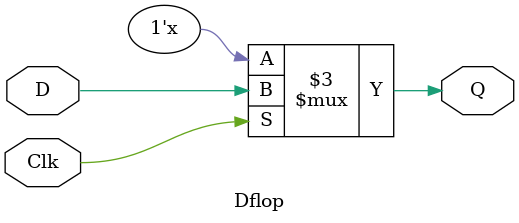
<source format=v>
/* lab3_part4.v - Three different storage elements:
 *	- gated D latch;
 * - positive-edge triggered D flipflop;
 *	- negative-edge triggered D flip-flop.
 *
 * Copyright (c) 2014, Artem Tovbin <arty99 at gmail dot com>
 *
 * This program is free software; you can redistribute it and/or modify
 * it under the terms of the GNU General Public License version 2 as
 * published by the Free Software Foundation.
 *
 * This program is distributed in the hope that it will be useful,
 * but WITHOUT ANY WARRANTY; without even the implied warranty of
 * MERCHANTABILITY or FITNESS FOR A PARTICULAR PURPOSE.  See the
 * GNU General Public License for more details.
 *
 * You should have received a copy of the GNU General Public License
 * along with this program.  If not, see <http://www.gnu.org/licenses/>.

           +----+
   D  ---+-+D  Q+--- Qa
         | |   _|    _
 Clock-+-+-+ClkQ+--- Qa
       | | +----+
       | |
       | |
       | |
       | | +----+
       | +-+D  Q+--- Qb
       | | |   _|    _
      +--+-+>  Q+--- Qb
      |  | +----+
      |  |
      |  |
      |  |
      |  | +----+
      |  +-+D  Q+--- Qc
      |    |   _|    _
      +---o+>  Q+--- Qc
           +----+


*/

module lab3_part4 (D, Clk, Qa, Qb, Qc);

	input D, Clk;
	output Qa, Qb, Qc;
		
	wire D, Clk;

	Dflop D0 (D, Clk, Qa);
	PED P0 (D, Clk, Qb);
	NED N0 (D, Clk, Qc);
	
	
	
endmodule

module NED (D, Clk, Q);
	
	input D, Clk;
	output reg Q;

	always @ (negedge Clk)
		
		Q = D;
		
endmodule


module PED (D, Clk, Q);
	
	input D, Clk;
	output reg Q;

	always @ (posedge Clk)
		
		Q = D;
	
endmodule

module Dflop (D, Clk, Q);
  input D, Clk;
  output reg Q;

  always @ (D, Clk)
	if (Clk)
		Q = D;
		
endmodule

</source>
